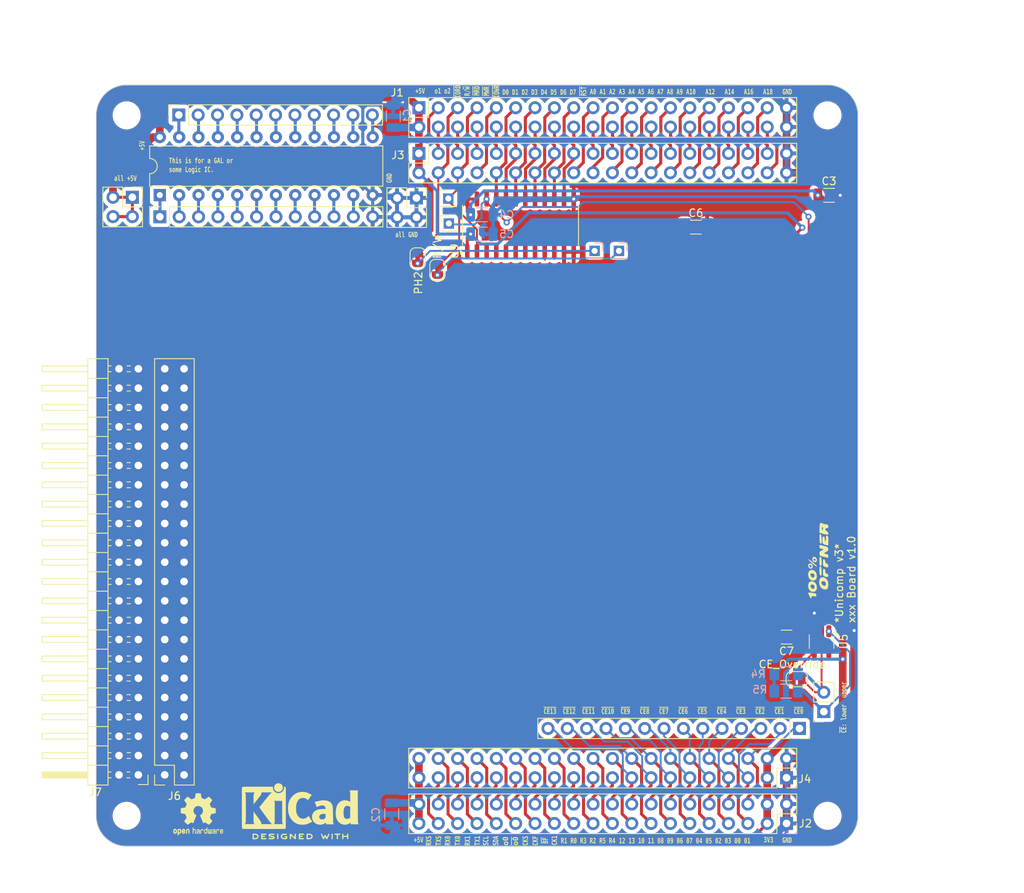
<source format=kicad_pcb>
(kicad_pcb (version 20240108) (generator "pcbnew") (generator_version "8.0")
  (layers (0 "F.Cu" signal) (31 "B.Cu" signal) (34 "B.Paste" user) (35 "F.Paste" user) (36 "B.SilkS" user "B.Silkscreen") (37 "F.SilkS" user "F.Silkscreen") (38 "B.Mask" user) (39 "F.Mask" user) (44 "Edge.Cuts" user))
  (net 0 "")
  (net 1 "/~{RST}")
  (net 2 "GND")
  (net 3 "/D7")
  (net 4 "/D6")
  (net 5 "/D5")
  (net 6 "/D4")
  (net 7 "/D3")
  (net 8 "/D2")
  (net 9 "/D1")
  (net 10 "/D0")
  (net 11 "+5V")
  (net 12 "/A15")
  (net 13 "/A14")
  (net 14 "/A13")
  (net 15 "/A12")
  (net 16 "/A11")
  (net 17 "/A10")
  (net 18 "/A9")
  (net 19 "/A8")
  (net 20 "/A7")
  (net 21 "/A6")
  (net 22 "/A5")
  (net 23 "/A4")
  (net 24 "/A3")
  (net 25 "/A2")
  (net 26 "/A1")
  (net 27 "/A0")
  (net 28 "+3V3")
  (net 29 "/CLKF")
  (net 30 "/CLKS")
  (net 31 "/~{IOWR}")
  (net 32 "/~{MWR}")
  (net 33 "/~{MRD}")
  (net 34 "/R{slash}~{W}_e")
  (net 35 "/~{IORD}")
  (net 36 "/PHI2_e")
  (net 37 "/PHI1_e")
  (net 38 "/~{PH0}")
  (net 39 "/PH0")
  (net 40 "/Bus/~{CE_EXT12}")
  (net 41 "/Bus/~{CE_EXT7}")
  (net 42 "/TX1")
  (net 43 "/RXSTM")
  (net 44 "/RES3")
  (net 45 "/Bus/~{CE_EXT11}")
  (net 46 "/A16")
  (net 47 "/A17")
  (net 48 "/A18")
  (net 49 "/A19")
  (net 50 "/Bus/~{CE_EXT9}")
  (net 51 "/RES5")
  (net 52 "/RX1")
  (net 53 "/RX0")
  (net 54 "/Bus/~{CE_EXT8}")
  (net 55 "/Bus/~{CE_EXT10}")
  (net 56 "/Bus/~{CE_EXT4}")
  (net 57 "/RES1")
  (net 58 "/RES0")
  (net 59 "/RES2")
  (net 60 "/Bus/~{CE_EXT5}")
  (net 61 "/Bus/~{CE_EXT13}")
  (net 62 "/Bus/~{CE_EXT2}")
  (net 63 "/TX0")
  (net 64 "/Bus/~{CE_EXT3}")
  (net 65 "/RES4")
  (net 66 "/Bus/~{CE_EXT0}")
  (net 67 "/CLK1")
  (net 68 "/SCL")
  (net 69 "/~{BUSFREE}")
  (net 70 "/Bus/~{CE_EXT1}")
  (net 71 "/Bus/~{CE_EXT6}")
  (net 72 "/SDA")
  (net 73 "+5VA")
  (net 74 "/TXSTM")
  (net 75 "/Bus/DB7")
  (net 76 "/Bus/DB0")
  (net 77 "/Bus/DB2")
  (net 78 "/Bus/DB6")
  (net 79 "/Bus/DB3")
  (net 80 "/Bus/DB1")
  (net 81 "/Bus/DB5")
  (net 82 "/Bus/DB4")
  (net 83 "/E")
  (net 84 "/RW")
  (net 85 "/~{CE0}")
  (net 86 "/~{CE1}")
  (net 87 "Net-(J35-Pin_16)")
  (net 88 "Net-(J35-Pin_13)")
  (net 89 "Net-(J35-Pin_15)")
  (net 90 "Net-(J35-Pin_22)")
  (net 91 "Net-(J35-Pin_21)")
  (net 92 "Net-(J35-Pin_19)")
  (net 93 "Net-(J35-Pin_18)")
  (net 94 "Net-(J35-Pin_23)")
  (net 95 "Net-(J35-Pin_14)")
  (net 96 "Net-(J35-Pin_17)")
  (net 97 "Net-(J35-Pin_20)")
  (net 98 "Net-(J29-Pin_3)")
  (net 99 "Net-(J29-Pin_4)")
  (net 100 "Net-(J29-Pin_6)")
  (net 101 "Net-(J29-Pin_11)")
  (net 102 "Net-(J29-Pin_10)")
  (net 103 "Net-(J29-Pin_9)")
  (net 104 "Net-(J29-Pin_1)")
  (net 105 "Net-(J29-Pin_7)")
  (net 106 "Net-(J29-Pin_2)")
  (net 107 "Net-(J29-Pin_8)")
  (net 108 "Net-(J29-Pin_5)")
  (net 109 "/Bus/~{DOE}")
  (net 110 "/PB2")
  (net 111 "/PB7")
  (net 112 "/CD2")
  (net 113 "/PA4")
  (net 114 "/CC2")
  (net 115 "/CB1")
  (net 116 "/PA7")
  (net 117 "/PD7")
  (net 118 "/PD2")
  (net 119 "/CA2")
  (net 120 "/PC6")
  (net 121 "/PB6")
  (net 122 "/PA1")
  (net 123 "/~{IRQ}")
  (net 124 "/PB3")
  (net 125 "/PC0")
  (net 126 "/PA2")
  (net 127 "/CC1")
  (net 128 "/PC3")
  (net 129 "/CA1")
  (net 130 "/PD4")
  (net 131 "/PD0")
  (net 132 "/CD1")
  (net 133 "/PA0")
  (net 134 "/PA6")
  (net 135 "/PD3")
  (net 136 "/PC4")
  (net 137 "/PD5")
  (net 138 "/PC1")
  (net 139 "/PC7")
  (net 140 "/PC5")
  (net 141 "/PA5")
  (net 142 "/PC2")
  (net 143 "/CB2")
  (net 144 "/PB5")
  (net 145 "/PB1")
  (net 146 "/PD6")
  (net 147 "/PB4")
  (net 148 "/PA3")
  (net 149 "/~{IRQ2}")
  (net 150 "/PD1")
  (net 151 "/PB0")
  (footprint "Connector_PinSocket_2.54mm:PinSocket_2x02_P2.54mm_Vertical" (layer "F.Cu") (at 54.75 64.76)
    (property "Reference" "J30" (hide yes))
    (property "Value" "Conn_02x02_Odd_Even" (hide yes))
  )
  (footprint "Connector_PinSocket_2.54mm:PinSocket_1x11_P2.54mm_Vertical" (layer "F.Cu") (at 60.85 53.95 90)
    (property "Reference" "J36" (hide yes))
    (property "Value" "Conn_01x11" (hide yes))
  )
  (footprint "Capacitor_SMD:C_1206_3216Metric" (layer "F.Cu") (at 128.7254 68.6816)
    (property "Reference" "C6")
    (property "Value" "100n")
  )
  (footprint "Connector_PinSocket_2.54mm:PinSocket_2x20_P2.54mm_Vertical" (layer "F.Cu") (at 92.367 53 90)
    (property "Reference" "J1")
    (property "Value" "BUS" (hide yes))
  )
  (footprint "Capacitor_SMD:C_1206_3216Metric" (layer "F.Cu") (at 146.2 64.5)
    (property "Reference" "C3")
    (property "Value" "100n")
  )
  (footprint "Package_TO_SOT_SMD:SOT-23-5_HandSoldering" (layer "F.Cu") (at 145.222 123.11 -90)
    (property "Reference" "U5")
    (property "Value" "74AHC1G08")
  )
  (footprint "Jumper:SolderJumper-2_P1.3mm_Bridged_RoundedPad1.0x1.5mm" (layer "F.Cu") (at 94.8 74.325 -90)
    (property "Reference" "JP8" (hide yes))
    (property "Value" "R/W")
  )
  (footprint "Connector_PinSocket_2.54mm:PinSocket_2x20_P2.54mm_Vertical" (layer "F.Cu") (at 140.627 141 -90)
    (property "Reference" "J4")
    (property "Value" "Spare" (hide yes))
  )
  (footprint "Connector_PinSocket_2.54mm:PinSocket_2x02_P2.54mm_Vertical" (layer "F.Cu") (at 92.04 64.85)
    (property "Reference" "J31" (hide yes))
    (property "Value" "Conn_02x02_Odd_Even" (hide yes))
  )
  (footprint "Symbol:KiCad-Logo2_6mm_SilkScreen" (layer "F.Cu") (at 76.792514 144.704848)
    (property "Reference" "H5" (hide yes))
    (property "Value" "Logo kicad" (hide yes))
  )
  (footprint "Connector_PinSocket_2.54mm:PinSocket_1x12_P2.54mm_Vertical" (layer "F.Cu") (at 58.36 67.325 90)
    (property "Reference" "J29" (hide yes))
    (property "Value" "Conn_01x12" (hide yes))
  )
  (footprint "Connector_PinHeader_2.00mm:PinHeader_1x01_P2.00mm_Vertical" (layer "F.Cu") (at 96.3 68.2)
    (property "Reference" "J10" (hide yes))
    (property "Value" "Conn_01x01" (hide yes))
  )
  (footprint "Jumper:SolderJumper-2_P1.3mm_Open_RoundedPad1.0x1.5mm" (layer "F.Cu") (at 141.975 128.05 180)
    (property "Reference" "JP4" (hide yes))
    (property "Value" "CE_Override")
  )
  (footprint "Symbol:OSHW-Logo2_7.3x6mm_SilkScreen" (layer "F.Cu") (at 63.4 145.8)
    (property "Reference" "H6" (hide yes))
    (property "Value" "Logo Open Source Hardware" (hide yes))
  )
  (footprint "Connector_PinHeader_2.00mm:PinHeader_1x01_P2.00mm_Vertical" (layer "F.Cu") (at 96.225 64.925)
    (property "Reference" "J5" (hide yes))
    (property "Value" "Conn_01x01" (hide yes))
  )
  (footprint "Connector_PinSocket_2.54mm:PinSocket_1x02_P2.54mm_Vertical" (layer "F.Cu") (at 145.517 132.314 180)
    (property "Reference" "J26" (hide yes))
    (property "Value" "Conn_01x02" (hide yes))
  )
  (footprint "Connector_PinSocket_2.54mm:PinSocket_2x20_P2.54mm_Vertical" (layer "F.Cu") (at 140.627 147 -90)
    (property "Reference" "J2")
    (property "Value" "BUS" (hide yes))
  )
  (footprint "Connector_PinHeader_2.54mm:PinHeader_2x22_P2.54mm_Horizontal" (layer "F.Cu") (at 55.54 140.627 180)
    (property "Reference" "J7")
    (property "Value" "Conn_02x22_Odd_Even")
  )
  (footprint "MountingHole:MountingHole_3.2mm_M3" (layer "F.Cu") (at 146 54)
    (property "Reference" "H3" (hide yes))
    (property "Value" "M3" (hide yes))
  )
  (footprint "Connector_PinSocket_2.54mm:PinSocket_1x14_P2.54mm_Vertical" (layer "F.Cu") (at 142.325 134.525 -90)
    (property "Reference" "J11" (hide yes))
    (property "Value" "Conn_01x14" (hide yes))
  )
  (footprint "Package_DIP:DIP-24_W7.62mm" (layer "F.Cu") (at 58.355 64.475 90)
    (property "Reference" "J35" (hide yes))
    (property "Value" "GAL_20x10" (hide yes))
  )
  (footprint "Connector_PinSocket_2.54mm:PinSocket_2x20_P2.54mm_Vertical" (layer "F.Cu") (at 92.367 59 90)
    (property "Reference" "J3")
    (property "Value" "Spare" (hide yes))
  )
  (footprint "my_own:Logo_100ProzentOffner_10x2.7mm" (layer "F.Cu") (at 144.78 112.522 90)
    (property "Reference" "G***" (hide yes))
    (property "Value" "LOGO" (hide yes))
  )
  (footprint "Connector_PinSocket_2.54mm:PinSocket_2x22_P2.54mm_Vertical" (layer "F.Cu") (at 59 140.627 180)
    (property "Reference" "J6")
    (property "Value" "Conn_02x22_Odd_Even")
  )
  (footprint "Jumper:SolderJumper-2_P1.3mm_Bridged_RoundedPad1.0x1.5mm" (layer "F.Cu") (at 92.2 72.8 -90)
    (property "Reference" "JP9" (hide yes))
    (property "Value" "PH2")
  )
  (footprint "Package_SO:SO-24_5.3x15mm_P1.27mm" (layer "F.Cu") (at 105.699717 68.45708 90)
    (property "Reference" "U9")
    (property "Value" "SN74LVCC4245ANSR" (hide yes))
  )
  (footprint "MountingHole:MountingHole_3.2mm_M3" (layer "F.Cu") (at 54 54)
    (property "Reference" "H1" (hide yes))
    (property "Value" "M3" (hide yes))
  )
  (footprint "MountingHole:MountingHole_3.2mm_M3" (layer "F.Cu") (at 54 146)
    (property "Reference" "H2" (hide yes))
    (property "Value" "M3" (hide yes))
  )
  (footprint "Capacitor_SMD:C_1206_3216Metric" (layer "F.Cu") (at 140.625 122.525 180)
    (property "Reference" "C7")
    (property "Value" "100n")
  )
  (footprint "MountingHole:MountingHole_3.2mm_M3" (layer "F.Cu") (at 146 146)
    (property "Reference" "H4" (hide yes))
    (property "Value" "M3" (hide yes))
  )
  (footprint "Capacitor_SMD:C_1206_3216Metric" (layer "B.Cu") (at 88.8 145.775 -90)
    (property "Reference" "C2")
    (property "Value" "100n")
  )
  (footprint "Connector_PinHeader_2.00mm:PinHeader_1x01_P2.00mm_Vertical" (layer "B.Cu") (at 115.425 71.8 180)
    (property "Reference" "J8" (hide yes))
    (property "Value" "Conn_01x01" (hide yes))
  )
  (footprint "Resistor_SMD:R_1206_3216Metric_Pad1.30x1.75mm_HandSolder" (layer "B.Cu") (at 140.575 127.325)
    (property "Reference" "R4")
    (property "Value" "10k" (hide yes))
  )
  (footprint "Capacitor_SMD:C_1206_3216Metric" (layer "B.Cu") (at 100.633 69.596)
    (property "Reference" "C5")
    (property "Value" "100n" (hide yes))
  )
  (footprint "Connector_PinHeader_2.00mm:PinHeader_1x01_P2.00mm_Vertical" (layer "B.Cu") (at 118.625 71.8 180)
    (property "Reference" "J9" (hide yes))
    (property "Value" "Conn_01x01" (hide yes))
  )
  (footprint "Resistor_SMD:R_1206_3216Metric_Pad1.30x1.75mm_HandSolder" (layer "B.Cu") (at 140.55 129.625)
    (property "Reference" "R5")
    (property "Value" "10k" (hide yes))
  )
  (footprint "Capacitor_SMD:C_1206_3216Metric" (layer "B.Cu") (at 89 54.125 90)
    (property "Reference" "C1")
    (property "Value" "100n" (hide yes))
  )
  (footprint "Capacitor_SMD:C_1206_3216Metric" (layer "B.Cu") (at 100.633 67.056)
    (property "Reference" "C4")
    (property "Value" "100n" (hide yes))
  )
  (gr_line (start 50 54) (end 50 146) (stroke (width 0.1)) (layer "Edge.Cuts"))
  (gr_arc (start 50 54) (mid 51.171571 51.17157) (end 54 50) (stroke (width 0.1)) (layer "Edge.Cuts"))
  (gr_arc (start 146 50) (mid 148.828425 51.171573) (end 150 54) (stroke (width 0.1)) (layer "Edge.Cuts"))
  (gr_arc (start 150 146) (mid 148.828425 148.828424) (end 146 149.999995) (stroke (width 0.1)) (layer "Edge.Cuts"))
  (gr_line (start 150 146) (end 150 54) (stroke (width 0.1)) (layer "Edge.Cuts"))
  (gr_line (start 146 50) (end 54 50) (stroke (width 0.1)) (layer "Edge.Cuts"))
  (gr_arc (start 54 150) (mid 51.171571 148.828427) (end 50 146) (stroke (width 0.1)) (layer "Edge.Cuts"))
  (gr_line (start 146 150) (end 54 150) (stroke (width 0.1)) (layer "Edge.Cuts"))
  (gr_text "TXS" (at 95.4 149.9 90) (layer "F.SilkS") (effects (font (size 0.7 0.5) (thickness 0.1) (bold yes)) (justify left bottom)))
  (gr_text "CKF" (at 108.1 149.9 90) (layer "F.SilkS") (effects (font (size 0.7 0.5) (thickness 0.1) (bold yes)) (justify left bottom)))
  (gr_text "~{CE}: lower  upper  " (at 148.59 135.128 90) (layer "F.SilkS") (effects (font (size 0.7 0.5) (thickness 0.1) (bold yes)) (justify left bottom)))
  (gr_text "all +5V\n" (at 52.375 62.725 0) (layer "F.SilkS") (effects (font (size 0.7 0.5) (thickness 0.1) (bold yes)) (justify left bottom)))
  (gr_text "all GND\n" (at 89.275 70.125 0) (layer "F.SilkS") (effects (font (size 0.7 0.5) (thickness 0.1) (bold yes)) (justify left bottom)))
  (gr_text "+5V\n" (at 56.475 58.6 90) (layer "F.SilkS") (effects (font (size 0.7 0.5) (thickness 0.1) (bold yes)) (justify left bottom)))
  (gr_text "+5V   o1 o2" (at 91.8972 51.2572 0) (layer "F.SilkS") (effects (font (size 0.7 0.5) (thickness 0.1) (bold yes)) (justify left bottom)))
  (gr_text "TX0" (at 97.9 149.9 90) (layer "F.SilkS") (effects (font (size 0.7 0.5) (thickness 0.1) (bold yes)) (justify left bottom)))
  (gr_text "SCL" (at 101.6 149.9 90) (layer "F.SilkS") (effects (font (size 0.7 0.5) (thickness 0.1) (bold yes)) (justify left bottom)))
  (gr_text "3V3" (at 137.6172 149.606 0) (layer "F.SilkS") (effects (font (size 0.7 0.5) (thickness 0.1) (bold yes)) (justify left bottom)))
  (gr_text "This is for a GAL or\nsome Logic IC." (at 59.55 61.575 0) (layer "F.SilkS") (effects (font (size 0.7 0.5) (thickness 0.1) (bold yes)) (justify left bottom)))
  (gr_text "R/~{W}" (at 99.1616 51.4604 90) (layer "F.SilkS") (effects (font (size 0.7 0.5) (thickness 0.1) (bold yes)) (justify left bottom)))
  (gr_text "~{BF}" (at 109.41174 149.658466 90) (layer "F.SilkS") (effects (font (size 0.7 0.5) (thickness 0.1) (bold yes)) (justify left bottom)))
  (gr_text "~{RST}" (at 114.4524 51.4604 90) (layer "F.SilkS") (effects (font (size 0.7 0.5) (thickness 0.1) (bold yes)) (justify left bottom)))
  (gr_text "~{o0}" (at 105.5 149.9 90) (layer "F.SilkS") (effects (font (size 0.7 0.7) (thickness 0.1) (bold yes)) (justify left bottom)))
  (gr_text "~{IOWR}" (at 103.0224 51.7144 90) (layer "F.SilkS") (effects (font (size 0.7 0.5) (thickness 0.1) (bold yes)) (justify left bottom)))
  (gr_text "~{CE13}  ~{CE12}  ~{CE11}  ~{CE10}  ~{CE9}   ~{CE8}   ~{CE7}   ~{CE6}   ~{CE5}   ~{CE4}   ~{CE3}   ~{CE2}   ~{CE1}   ~{CE0}" (at 108.725 132.725 0) (layer "F.SilkS") (effects (font (size 0.7 0.5) (thickness 0.1) (bold yes)) (justify left bottom)))
  (gr_text "D0 D1 D2 D3 D4 D5 D6 D7" (at 103.3272 51.4096 0) (layer "F.SilkS") (effects (font (size 0.7 0.5) (thickness 0.1) (bold yes)) (justify left bottom)))
  (gr_text "*Unicomp v3*\nxxx Board v1.0" (at 148.3416 120.753995 90) (layer "F.SilkS") (effects (font (size 1 1)) (justify left)))
  (gr_text "GND\n" (at 88.925 62.875 90) (layer "F.SilkS") (effects (font (size 0.7 0.5) (thickness 0.1) (bold yes)) (justify left bottom)))
  (gr_text "RXS" (at 94.1 149.9 90) (layer "F.SilkS") (effects (font (size 0.7 0.5) (thickness 0.1) (bold yes)) (justify left bottom)))
  (gr_text "+5V" (at 91.694 149.606 0) (layer "F.SilkS") (effects (font (size 0.7 0.5) (thickness 0.1) (bold yes)) (justify left bottom)))
  (gr_text "SDA" (at 102.9 149.9 90) (layer "F.SilkS") (effects (font (size 0.7 0.5) (thickness 0.1) (bold yes)) (justify left bottom)))
  (gr_text "RX0" (at 96.6 149.9 90) (layer "F.SilkS") (effects (font (size 0.7 0.5) (thickness 0.1) (bold yes)) (justify left bottom)))
  (gr_text "~{MRD}\n" (at 100.4316 51.4096 90) (layer "F.SilkS") (effects (font (size 0.7 0.5) (thickness 0.1) (bold yes)) (justify left bottom)))
  (gr_text "RX1" (at 99.2 149.9 90) (layer "F.SilkS") (effects (font (size 0.7 0.5) (thickness 0.1) (bold yes)) (justify left bottom)))
  (gr_text "R1 R0 R3 R2 R5 R4" (at 110.998 149.733 0) (layer "F.SilkS") (effects (font (size 0.7 0.5) (thickness 0.1) (bold yes)) (justify left bottom)))
  (gr_text "o0" (at 104.2 149.9 90) (layer "F.SilkS") (effects (font (size 0.7 0.7) (thickness 0.1) (bold yes)) (justify left bottom)))
  (gr_text "~{MWR}" (at 101.7016 51.4604 90) (layer "F.SilkS") (effects (font (size 0.7 0.5) (thickness 0.1) (bold yes)) (justify left bottom)))
  (gr_text "~{IORD}" (at 97.9424 51.7144 90) (layer "F.SilkS") (effects (font (size 0.7 0.5) (thickness 0.1) (bold yes)) (justify left bottom)))
  (gr_text "12 13 10 11 08 09 06 07 04 05 02 03 00 01" (at 118.618 149.733 0) (layer "F.SilkS") (effects (font (size 0.7 0.5) (thickness 0.1) (bold yes)) (justify left bottom)))
  (gr_text "CKS" (at 106.8 149.9 90) (layer "F.SilkS") (effects (font (size 0.7 0.5) (thickness 0.1) (bold yes)) (justify left bottom)))
  (gr_text "TX1" (at 100.5 149.9 90) (layer "F.SilkS") (effects (font (size 0.7 0.5) (thickness 0.1) (bold yes)) (justify left bottom)))
  (gr_text "CK1" (at 110.617 149.86 90) (layer "F.SilkS") (effects (font (size 0.7 0.5) (thickness 0.1) (bold yes)) (justify left bottom)))
  (gr_text "A0 A1 A2 A3 A4 A5 A6 A7 A8 A9 A10   A12   A14   A16   A18   GND\n" (at 114.808 51.3588 0) (layer "F.SilkS") (effects (font (size 0.7 0.5) (thickness 0.1) (bold yes)) (justify left bottom)))
  (gr_text "GND" (at 140.0556 149.6568 0) (layer "F.SilkS") (effects (font (size 0.7 0.5) (thickness 0.1) (bold yes)) (justify left bottom)))
  (segment (start 113.95 60.200705) (end 112.7 61.450705) (width 0.4) (layer "F.Cu") (net 1))
  (segment (start 113.95 58.007) (end 113.95 60.200705) (width 0.4) (layer "F.Cu") (net 1))
  (segment (start 112.7 56.757) (end 113.95 58.007) (width 0.4) (layer "F.Cu") (net 1))
  (segment (start 112.7 55.54) (end 112.7 56.757) (width 0.4) (layer "F.Cu") (net 1))
  (segment (start 149.5 64.5) (end 149.5 77.35) (width 1) (layer "F.Cu") (net 2))
  (segment (start 147.65 64.5) (end 149.5 64.5) (width 1) (layer "F.Cu") (net 2))
  (segment (start 147.14 138.46) (end 140.627 138.46) (width 1) (layer "F.Cu") (net 2))
  (segment (start 140.627 53) (end 140.627 61.54) (width 1) (layer "F.Cu") (net 2))
  (segment (start 111.414717 71.91958) (end 112.684717 71.91958) (width 0.4) (layer "F.Cu") (net 2))
  (segment (start 140.627 138.46) (end 140.627 147) (width 1) (layer "F.Cu") (net 2))
  (segment (start 147.94 61.54) (end 149.5 63.1) (width 1) (layer "F.Cu") (net 2))
  (segment (start 149.5 121.666) (end 149.5 136.1) (width 1) (layer "F.Cu") (net 2))
  (segment (start 140.627 61.54) (end 147.94 61.54) (width 1) (layer "F.Cu") (net 2))
  (segment (start 149.5 63.1) (end 149.5 64.5) (width 1) (layer "F.Cu") (net 2))
  (segment (start 144.272 121.76) (end 144.272 119.38) (width 0.25) (layer "F.Cu") (net 2))
  (segment (start 149.5 77.35) (end 149.5 121.666) (width 1) (layer "F.Cu") (net 2))
  (segment (start 149.5 136.1) (end 147.14 138.46) (width 1) (layer "F.Cu") (net 2))
  (segment (start 112.684717 71.91958) (end 112.684717 64.99458) (width 0.4) (layer "F.Cu") (net 2))
  (via (at 147.675 64.5) (size 0.8) (drill 0.4) (layers "F.Cu" "B.Cu") (net 2))
  (via (at 149.5 121.666) (size 0.8) (drill 0.4) (layers "F.Cu" "B.Cu") (net 2))
  (via (at 112.68472 64.994583) (size 0.8) (drill 0.4) (layers "F.Cu" "B.Cu") (net 2))
  (via (at 144.272 119.38) (size 0.8) (drill 0.4) (layers "F.Cu" "B.Cu") (net 2))
  (segment (start 90.85 50.8) (end 89 52.65) (width 1) (layer "B.Cu") (net 2))
  (segment (start 146.824998 65.350002) (end 142.546464 65.350002) (width 0.4) (layer "B.Cu") (net 2))
  (segment (start 85.475 52.65) (end 89 52.65) (width 0.4) (layer "B.Cu") (net 2))
  (segment (start 92.04 64.85) (end 89.5 64.85) (width 0.4) (layer "B.Cu") (net 2))
  (segment (start 147.675 64.5) (end 146.824998 65.350002) (width 0.4) (layer "B.Cu") (net 2))
  (segment (start 140.627 147) (end 138.427 149.2) (width 1) (layer "B.Cu") (net 2))
  (segment (start 112.997303 64.682) (end 112.68472 64.994583) (width 0.4) (layer "B.Cu") (net 2))
  (segment (start 147.214 119.38) (end 149.5 121.666) (width 0.25) (layer "B.Cu") (net 2))
  (segment (start 140.627 53) (end 138.427 50.8) (width 1) (layer "B.Cu") (net 2))
  (segment (start 144.272 119.38) (end 147.214 119.38) (width 0.25) (layer "B.Cu") (net 2))
  (segment (start 85 53.125) (end 85.475 52.65) (width 0.4) (layer "B.Cu") (net 2))
  (segment (start 102.108 69.596) (end 102.108 67.056) (width 0.4) (layer "B.Cu") (net 2))
  (segment (start 138.427 149.2) (end 90.75 149.2) (width 1) (layer "B.Cu") (net 2))
  (segment (start 92.04 64.85) (end 92.04 67.39) (width 0.4) (layer "B.Cu") (net 2))
  (segment (start 141.878462 64.682) (end 112.997303 64.682) (width 0.4) (layer "B.Cu") (net 2))
  (segment (start 86.295 64.475) (end 89.125 64.475) (width 0.4) (layer "B.Cu") (net 2))
  (segment (start 138.427 50.8) (end 90.85 50.8) (width 1) (layer "B.Cu") (net 2))
  (segment (start 86.295 64.475) (end 86.295 67.32) (width 0.4) (layer "B.Cu") (net 2))
  (segment (start 90.75 149.2) (end 88.8 147.25) (width 1) (layer "B.Cu") (net 2))
  (segment (start 85 63.18) (end 85 53.125) (width 0.4) (layer "B.Cu") (net 2))
  (segment (start 104.169417 64.994583) (end 112.68472 64.994583) (width 0.4) (layer "B.Cu") (net 2))
  (segment (start 86.295 64.475) (end 85 63.18) (width 0.4) (layer "B.Cu") (net 2))
  (segment (start 86.3 67.325) (end 91.975 67.325) (width 0.4) (layer "B.Cu") (net 2))
  (segment (start 142.546464 65.350002) (end 141.878462 64.682) (width 0.4) (layer "B.Cu") (net 2))
  (segment (start 102.108 67.056) (end 104.169417 64.994583) (width 0.4) (layer "B.Cu") (net 2))
  (segment (start 110.144717 72.844717) (end 110.144717 71.91958) (width 0.25) (layer "F.Cu") (net 3))
  (segment (start 108.874717 72.975) (end 108.874717 71.91958) (width 0.25) (layer "F.Cu") (net 4))
  (segment (start 105.125 71.979863) (end 105.064717 71.91958) (width 0.25) (layer "F.Cu") (net 7))
  (segment (start 54.75 64.76) (end 52.21 64.76) (width 0.4) (layer "F.Cu") (net 11))
  (segment (start 91.017 51.65) (end 92.367 53) (width 1) (layer "F.Cu") (net 11))
  (segment (start 98.714717 71.91958) (end 98.714717 70.039283) (width 0.4) (layer "F.Cu") (net 11))
  (segment (start 142.1 122.525) (end 142.1 69.344994) (width 0.4) (layer "F.Cu") (net 11))
  (segment (start 59.925 51.65) (end 91.017 51.65) (width 1) (layer "F.Cu") (net 11))
  (segment (start 92.367 53) (end 92.367 61.54) (width 1) (layer "F.Cu") (net 11))
  (segment (start 52.21 67.3) (end 54.75 67.3) (width 0.4) (layer "F.Cu") (net 11))
  (segment (start 98.714717 70.039283) (end 99.158 69.596) (width 0.4) (layer "F.Cu") (net 11))
  (segment (start 58.355 56.855) (end 57.42 56.855) (width 1) (layer "F.Cu") (net 11))
  (segment (start 57.42 56.855) (end 52.21 62.065) (width 1) (layer "F.Cu") (net 11))
  (segment (start 142.1 69.344994) (end 142.694992 68.750002) (width 0.4) (layer "F.Cu") (net 11))
  (segment (start 54.75 64.76) (end 54.75 67.3) (width 0.4) (layer "F.Cu") (net 11))
  (segment (start 52.21 62.065) (end 52.21 64.76) (width 1) (layer "F.Cu") (net 11))
  (segment (start 58.355 53.22) (end 59.925 51.65) (width 1) (layer "F.Cu") (net 11))
  (segment (start 58.355 56.855) (end 58.355 53.22) (width 1) (layer "F.Cu") (net 11))
  (via (at 142.694992 68.750002) (size 0.8) (drill 0.4) (layers "F.Cu" "B.Cu") (net 11))
  (via (at 99.158 69.596) (size 0.8) (drill 0.4) (layers "F.Cu" "B.Cu") (net 11))
  (segment (start 99.158 69.596) (end 100.458 70.896) (width 0.4) (layer "B.Cu") (net 11))
  (segment (start 92.367 61.54) (end 94.775 63.948) (width 0.4) (layer "B.Cu") (net 11))
  (segment (start 94.996 69.596) (end 94.775 69.375) (width 0.4) (layer "B.Cu") (net 11))
  (segment (start 140.74499 66.8) (end 142.694992 68.750002) (width 0.4) (layer "B.Cu") (net 11))
  (segment (start 89 55.6) (end 92.307 55.6) (width 1) (layer "B.Cu") (net 11))
  (segment (start 100.458 70.896) (end 102.709166 70.896) (width 0.4) (layer "B.Cu") (net 11))
  (segment (start 102.709166 70.896) (end 106.805166 66.8) (width 0.4) (layer "B.Cu") (net 11))
  (segment (start 106.805166 66.8) (end 140.74499 66.8) (width 0.4) (layer "B.Cu") (net 11))
  (segment (start 94.775 63.948) (end 94.775 69.375) (width 0.4) (layer "B.Cu") (net 11))
  (segment (start 99.158 69.596) (end 94.996 69.596) (width 0.4) (layer "B.Cu") (net 11))
  (segment (start 134.275 60.285) (end 133.025 61.535) (width 0.4) (layer "F.Cu") (net 12))
  (segment (start 133.025 56.752) (end 134.275 58.002) (width 0.4) (layer "F.Cu") (net 12))
  (segment (start 134.275 58.002) (end 134.275 60.285) (width 0.4) (layer "F.Cu") (net 12))
  (segment (start 133.025 55.535) (end 133.025 56.752) (width 0.4) (layer "F.Cu") (net 12))
  (segment (start 131.755 56.657) (end 133.025 57.927) (width 0.4) (layer "F.Cu") (net 13))
  (segment (start 133.025 57.927) (end 133.025 58.995) (width 0.4) (layer "F.Cu") (net 13))
  (segment (start 131.755 54.265) (end 131.755 56.657) (width 0.4) (layer "F.Cu") (net 13))
  (segment (start 133.025 52.995) (end 131.755 54.265) (width 0.4) (layer "F.Cu") (net 13))
  (segment (start 131.732 60.292) (end 130.482 61.542) (width 0.4) (layer "F.Cu") (net 14))
  (segment (start 130.482 55.542) (end 130.482 56.759) (width 0.4) (layer "F.Cu") (net 14))
  (segment (start 131.732 58.009) (end 131.732 60.292) (width 0.4) (layer "F.Cu") (net 14))
  (segment (start 130.482 56.759) (end 131.732 58.009) (width 0.4) (layer "F.Cu") (net 14))
  (segment (start 130.482 53.002) (end 129.215 54.269) (width 0.4) (layer "F.Cu") (net 15))
  (segment (start 129.215 54.269) (end 129.215 56.667) (width 0.4) (layer "F.Cu") (net 15))
  (segment (start 129.215 56.667) (end 130.482 57.934) (width 0.4) (layer "F.Cu") (net 15))
  (segment (start 130.482 57.934) (end 130.482 59.002) (width 0.4) (layer "F.Cu") (net 15))
  (segment (start 127.945 56.745) (end 129.195 57.995) (width 0.4) (layer "F.Cu") (net 16))
  (segment (start 127.945 55.528) (end 127.945 56.745) (width 0.4) (layer "F.Cu") (net 16))
  (segment (start 129.195 57.995) (end 129.195 60.278) (width 0.4) (layer "F.Cu") (net 16))
  (segment (start 129.195 60.278) (end 127.945 61.528) (width 0.4) (layer "F.Cu") (net 16))
  (segment (start 127.945 57.92) (end 127.945 58.988) (width 0.4) (layer "F.Cu") (net 17))
  (segment (start 127.945 52.988) (end 126.665 54.268) (width 0.4) (layer "F.Cu") (net 17))
  (segment (start 126.665 56.64) (end 127.945 57.92) (width 0.4) (layer "F.Cu") (net 17))
  (segment (start 126.665 54.268) (end 126.665 56.64) (width 0.4) (layer "F.Cu") (net 17))
  (segment (start 126.652 60.285) (end 125.402 61.535) (width 0.4) (layer "F.Cu") (net 18))
  (segment (start 126.652 58.002) (end 126.652 60.285) (width 0.4) (layer "F.Cu") (net 18))
  (segment (start 125.402 55.535) (end 125.402 56.752) (width 0.4) (layer "F.Cu") (net 18))
  (segment (start 125.402 56.752) (end 126.652 58.002) (width 0.4) (layer "F.Cu") (net 18))
  (segment (start 124.125 56.65) (end 125.402 57.927) (width 0.4) (layer "F.Cu") (net 19))
  (segment (start 125.402 52.995) (end 124.125 54.272) (width 0.4) (layer "F.Cu") (net 19))
  (segment (start 125.402 57.927) (end 125.402 58.995) (width 0.4) (layer "F.Cu") (net 19))
  (segment (start 124.125 54.272) (end 124.125 56.65) (width 0.4) (layer "F.Cu") (net 19))
  (segment (start 124.105 58.002) (end 124.105 60.285) (width 0.4) (layer "F.Cu") (net 20))
  (segment (start 122.855 56.752) (end 124.105 58.002) (width 0.4) (layer "F.Cu") (net 20))
  (segment (start 124.105 60.285) (end 122.855 61.535) (width 0.4) (layer "F.Cu") (net 20))
  (segment (start 122.855 55.535) (end 122.855 56.752) (width 0.4) (layer "F.Cu") (net 20))
  (segment (start 122.855 57.927) (end 122.855 58.995) (width 0.4) (layer "F.Cu") (net 21))
  (segment (start 121.595 56.667) (end 122.855 57.927) (width 0.4) (layer "F.Cu") (net 21))
  (segment (start 122.855 52.995) (end 121.595 54.255) (width 0.4) (layer "F.Cu") (net 21))
  (segment (start 121.595 54.255) (end 121.595 56.667) (width 0.4) (layer "F.Cu") (net 21))
  (segment (start 121.562 60.292) (end 120.312 61.542) (width 0.4) (layer "F.Cu") (net 22))
  (segment (start 121.562 58.009) (end 121.562 60.292) (width 0.4) (layer "F.Cu") (net 22))
  (segment (start 120.312 55.542) (end 120.312 56.759) (width 0.4) (layer "F.Cu") (net 22))
  (segment (start 120.312 56.759) (end 121.562 58.009) (width 0.4) (layer "F.Cu") (net 22))
  (segment (start 119.05 56.672) (end 120.312 57.934) (width 0.4) (layer "F.Cu") (net 23))
  (segment (start 120.312 53.002) (end 119.05 54.264) (width 0.4) (layer "F.Cu") (net 23))
  (segment (start 120.312 57.934) (end 120.312 59.002) (width 0.4) (layer "F.Cu") (net 23))
  (segment (start 119.05 54.264) (end 119.05 56.672) (width 0.4) (layer "F.Cu") (net 23))
  (segment (start 117.775 56.745) (end 119.025 57.995) (width 0.4) (layer "F.Cu") (net 24))
  (segment (start 117.775 55.528) (end 117.775 56.745) (width 0.4) (layer "F.Cu") (net 24))
  (segment (start 119.025 60.064538) (end 117.775 61.314538) (width 0.4) (layer "F.Cu") (net 24))
  (segment (start 119.025 57.995) (end 119.025 60.064538) (width 0.4) (layer "F.Cu") (net 24))
  (segment (start 116.515 54.248) (end 116.515 56.66) (width 0.4) (layer "F.Cu") (net 25))
  (segment (start 116.515 56.66) (end 117.775 57.92) (width 0.4) (layer "F.Cu") (net 25))
  (segment (start 117.775 52.988) (end 116.515 54.248) (width 0.4) (layer "F.Cu") (net 25))
  (segment (start 117.775 57.92) (end 117.775 58.988) (width 0.4) (layer "F.Cu") (net 25))
  (segment (start 115.232 56.752) (end 116.482 58.002) (width 0.4) (layer "F.Cu") (net 26))
  (segment (start 116.482 58.002) (end 116.482 59.542538) (width 0.4) (layer "F.Cu") (net 26))
  (segment (start 115.232 60.792538) (end 115.232 61.535) (width 0.4) (layer "F.Cu") (net 26))
  (segment (start 115.232 55.535) (end 115.232 56.752) (width 0.4) (layer "F.Cu") (net 26))
  (segment (start 116.482 59.542538) (end 115.232 60.792538) (width 0.4) (layer "F.Cu") (net 26))
  (segment (start 113.96 56.655) (end 115.232 57.927) (width 0.4) (layer "F.Cu") (net 27))
  (segment (start 113.96 54.267) (end 113.96 56.655) (width 0.4) (layer "F.Cu") (net 27))
  (segment (start 115.232 52.995) (end 113.96 54.267) (width 0.4) (layer "F.Cu") (net 27))
  (segment (start 115.232 57.927) (end 115.232 58.995) (width 0.4) (layer "F.Cu") (net 27))
  (segment (start 138.087 147) (end 135.862 149.225) (width 0.4) (layer "F.Cu") (net 28))
  (segment (start 138.087 138.46) (end 138.087 147) (width 1) (layer "F.Cu") (net 28))
  (segment (start 145.7 136.4) (end 148 134.1) (width 1) (layer "F.Cu") (net 28))
  (segment (start 146.172 124.46) (end 146.68 123.952) (width 0.25) (layer "F.Cu") (net 28))
  (segment (start 138.087 138.46) (end 140.147 136.4) (width 1) (layer "F.Cu") (net 28))
  (segment (start 146.68 123.952) (end 148 123.952) (width 0.25) (layer "F.Cu") (net 28))
  (segment (start 148 134.1) (end 148 125.425) (width 1) (layer "F.Cu") (net 28))
  (segment (start 98.714717 66.612717) (end 99.158 67.056) (width 0.4) (layer "F.Cu") (net 28))
  (segment (start 148 123.952) (end 148 67.8) (width 1) (layer "F.Cu") (net 28))
  (segment (start 148 67.8) (end 144.7 64.5) (width 1) (layer "F.Cu") (net 28))
  (segment (start 135.862 149.225) (end 87.475 149.225) (width 0.4) (layer "F.Cu") (net 28))
  (segment (start 148 125.425) (end 148 123.952) (width 1) (layer "F.Cu") (net 28))
  (segment (start 99.984717 64.99458) (end 98.714717 64.99458) (width 0.4) (layer "F.Cu") (net 28))
  (segment (start 98.714717 64.99458) (end 98.714717 66.612717) (width 0.4) (layer "F.Cu") (net 28))
  (segment (start 140.147 136.4) (end 145.7 136.4) (width 1) (layer "F.Cu") (net 28))
  (via (at 144.725 64.500008) (size 0.8) (drill 0.4) (layers "F.Cu" "B.Cu") (net 28))
  (via (at 99.158 67.056) (size 0.8) (drill 0.4) (layers "F.Cu" "B.Cu") (net 28))
  (via (at 148 125.425) (size 0.8) (drill 0.4) (layers "F.Cu" "B.Cu") (net 28))
  (segment (start 139 127.35) (end 139.025 127.325) (width 0.4) (layer "B.Cu") (net 28))
  (segment (start 144.149992 63.925) (end 144.725 64.500008) (width 0.4) (layer "B.Cu") (net 28))
  (segment (start 140.925 125.425) (end 148 125.425) (width 0.4) (layer "B.Cu") (net 28))
  (segment (start 100.921 63.925) (end 144.149992 63.925) (width 0.4) (layer "B.Cu") (net 28))
  (segment (start 139 129.625) (end 139 127.35) (width 0.4) (layer "B.Cu") (net 28))
  (segment (start 99.158 65.688) (end 100.921 63.925) (width 0.4) (layer "B.Cu") (net 28))
  (segment (start 139.025 127.325) (end 140.925 125.425) (width 0.4) (layer "B.Cu") (net 28))
  (segment (start 99.158 67.056) (end 99.158 65.688) (width 0.4) (layer "B.Cu") (net 28))
  (segment (start 106.3424 145.7628) (end 107.5924 147.0128) (width 0.4) (layer "F.Cu") (net 29))
  (segment (start 106.3424 143.3158) (end 106.3424 145.7628) (width 0.4) (layer "F.Cu") (net 29))
  (segment (start 107.5924 141.0128) (end 107.5924 142.0658) (width 0.4) (layer "F.Cu") (net 29))
  (segment (start 107.5924 142.0658) (end 106.3424 143.3158) (width 0.4) (layer "F.Cu") (net 29))
  (segment (start 107.6332 138.4728) (end 108.8832 139.7228) (width 0.4) (layer "F.Cu") (net 30))
  (segment (start 107.6332 143.5658) (end 107.6332 144.4728) (width 0.4) (layer "F.Cu") (net 30))
  (segment (start 108.8832 142.3158) (end 107.6332 143.5658) (width 0.4) (layer "F.Cu") (net 30))
  (segment (start 108.8832 139.7228) (end 108.8832 142.3158) (width 0.4) (layer "F.Cu") (net 30))
  (segment (start 102.53 57.932) (end 102.53 59) (width 0.4) (layer "F.Cu") (net 31))
  (segment (start 102.53 53) (end 101.27 54.26) (width 0.4) (layer "F.Cu") (net 31))
  (segment (start 101.27 56.672) (end 102.53 57.932) (width 0.4) (layer "F.Cu") (net 31))
  (segment (start 101.27 54.26) (end 101.27 56.672) (width 0.4) (layer "F.Cu") (net 31))
  (segment (start 99.987 55.547) (end 99.987 56.764) (width 0.4) (layer "F.Cu") (net 32))
  (segment (start 101.237 58.014) (end 101.237 60.297) (width 0.4) (layer "F.Cu") (net 32))
  (segment (start 101.237 60.297) (end 99.987 61.547) (width 0.4) (layer "F.Cu") (net 32))
  (segment (start 99.987 56.764) (end 101.237 58.014) (width 0.4) (layer "F.Cu") (net 32))
  (segment (start 99.987 57.939) (end 99.987 59.007) (width 0.4) (layer "F.Cu") (net 33))
  (segment (start 99.987 53.007) (end 98.737 54.257) (width 0.4) (layer "F.Cu") (net 33))
  (segment (start 98.737 54.257) (end 98.737 56.689) (width 0.4) (layer "F.Cu") (net 33))
  (segment (start 98.737 56.689) (end 99.987 57.939) (width 0.4) (layer "F.Cu") (net 33))
  (segment (start 95.05 73.675) (end 97.6565 71.0685) (width 0.25) (layer "F.Cu") (net 34))
  (segment (start 97.45 55.533) (end 97.45 56.75) (width 0.4) (layer "F.Cu") (net 34))
  (segment (start 98.7 60.283) (end 97.45 61.533) (width 0.4) (layer "F.Cu") (net 34))
  (segment (start 97.45 56.75) (end 98.7 58) (width 0.4) (layer "F.Cu") (net 34))
  (segment (start 94.8 73.675) (end 95.05 73.675) (width 0.25) (layer "F.Cu") (net 34))
  (segment (start 97.447 61.54) (end 97.447 63.703) (width 0.25) (layer "F.Cu") (net 34))
  (segment (start 97.6565 71.0685) (end 97.6565 66.6685) (width 0.25) (layer "F.Cu") (net 34))
  (segment (start 99.984717 68.996717) (end 97.6565 66.6685) (width 0.25) (layer "F.Cu") (net 34))
  (segment (start 97.447 63.703) (end 96.225 64.925) (width 0.25) (layer "F.Cu") (net 34))
  (segment (start 96.225 64.925) (end 96.225 65.237) (width 0.25) (layer "F.Cu") (net 34))
  (segment (start 96.225 65.237) (end 97.6565 66.6685) (width 0.25) (layer "F.Cu") (net 34))
  (segment (start 99.984717 71.91958) (end 99.984717 68.996717) (width 0.25) (layer "F.Cu") (net 34))
  (segment (start 98.7 58) (end 98.7 60.283) (width 0.4) (layer "F.Cu") (net 34))
  (segment (start 96.19 56.665) (end 97.45 57.925) (width 0.4) (layer "F.Cu") (net 35))
  (segment (start 96.19 54.253) (end 96.19 56.665) (width 0.4) (layer "F.Cu") (net 35))
  (segment (start 97.45 57.925) (end 97.45 58.993) (width 0.4) (layer "F.Cu") (net 35))
  (segment (start 97.45 52.993) (end 96.19 54.253) (width 0.4) (layer "F.Cu") (net 35))
  (segment (start 96.157 58.007) (end 96.157 60.29) (width 0.4) (layer "F.Cu") (net 36))
  (segment (start 96.157 60.29) (end 94.907 61.54) (width 0.4) (layer "F.Cu") (net 36))
  (segment (start 94.907 56.757) (end 96.157 58.007) (width 0.4) (layer "F.Cu") (net 36))
  (segment (start 94.907 69.443) (end 94.907 61.54) (width 0.25) (layer "F.Cu") (net 36))
  (segment (start 94.907 55.54) (end 94.907 56.757) (width 0.4) (layer "F.Cu") (net 36))
  (segment (start 92.2 72.15) (end 94.907 69.443) (width 0.25) (layer "F.Cu") (net 36))
  (segment (start 94.907 57.932) (end 94.907 59) (width 0.4) (layer "F.Cu") (net 37))
  (segment (start 94.907 53) (end 93.657 54.25) (width 0.4) (layer "F.Cu") (net 37))
  (segment (start 93.657 56.682) (end 94.907 57.932) (width 0.4) (layer "F.Cu") (net 37))
  (segment (start 93.657 54.25) (end 93.657 56.682) (width 0.4) (layer "F.Cu") (net 37))
  (segment (start 103.7824 143.3734) (end 103.7824 145.7444) (width 0.4) (layer "F.Cu") (net 38))
  (segment (start 103.7824 145.7444) (end 105.0704 147.0324) (width 0.4) (layer "F.Cu") (net 38))
  (segment (start 105.0704 141.0324) (end 105.0704 142.0854) (width 0.4) (layer "F.Cu") (net 38))
  (segment (start 105.0704 142.0854) (end 103.7824 143.3734) (width 0.4) (layer "F.Cu") (net 38))
  (segment (start 105.0704 143.5854) (end 105.0704 144.4924) (width 0.4) (layer "F.Cu") (net 39))
  (segment (start 106.3204 142.3354) (end 105.0704 143.5854) (width 0.4) (layer "F.Cu") (net 39))
  (segment (start 106.3204 139.7424) (end 106.3204 142.3354) (width 0.4) (layer "F.Cu") (net 39))
  (segment (start 105.0704 138.4924) (end 106.3204 139.7424) (width 0.4) (layer "F.Cu") (net 39))
  (segment (start 120.3406 143.5582) (end 120.3406 144.4652) (width 0.4) (layer "F.Cu") (net 40))
  (segment (start 120.3406 138.4652) (end 121.5906 139.7152) (width 0.4) (layer "F.Cu") (net 40))
  (segment (start 121.5906 142.3082) (end 120.3406 143.5582) (width 0.4) (layer "F.Cu") (net 40))
  (segment (start 121.5906 139.7152) (end 121.5906 142.3082) (width 0.4) (layer "F.Cu") (net 40))
  (segment (start 118.682 136.835) (end 114.737 136.835) (width 0.25) (layer "B.Cu") (net 40))
  (segment (start 112.427 134.525) (end 111.845 134.525) (width 0.25) (layer "B.Cu") (net 40))
  (segment (start 114.737 136.835) (end 112.427 134.525) (width 0.25) (layer "B.Cu") (net 40))
  (segment (start 120.307 138.46) (end 118.682 136.835) (width 0.25) (layer "B.Cu") (net 40))
  (segment (start 127.9144 142.0408) (end 126.6644 143.2908) (width 0.4) (layer "F.Cu") (net 41))
  (segment (start 126.6644 143.2908) (end 126.6644 145.7378) (width 0.4) (layer "F.Cu") (net 41))
  (segment (start 126.6644 145.7378) (end 127.9144 146.9878) (width 0.4) (layer "F.Cu") (net 41))
  (segment (start 127.9144 140.9878) (end 127.9144 142.0408) (width 0.4) (layer "F.Cu") (net 41))
  (segment (start 124.545 134.525) (end 124.545 135.545) (width 0.25) (layer "B.Cu") (net 41))
  (segment (start 126.575 137.575) (end 126.575 139.648) (width 0.25) (layer "B.Cu") (net 41))
  (segment (start 126.575 139.648) (end 127.927 141) (width 0.25) (layer "B.Cu") (net 41))
  (segment (start 124.545 135.545) (end 126.575 137.575) (width 0.25) (layer "B.Cu") (net 41))
  (segment (start 99.9778 141.0302) (end 99.9778 142.0832) (width 0.4) (layer "F.Cu") (net 42))
  (segment (start 98.7278 143.3332) (end 98.7278 145.7802) (width 0.4) (layer "F.Cu") (net 42))
  (segment (start 99.9778 142.0832) (end 98.7278 143.3332) (width 0.4) (layer "F.Cu") (net 42))
  (segment (start 98.7278 145.7802) (end 99.9778 147.0302) (width 0.4) (layer "F.Cu") (net 42))
  (segment (start 96.175 142.3215) (end 94.95 143.5465) (width 0.4) (layer "F.Cu") (net 43))
  (segment (start 94.95 138.4535) (end 96.175 139.6785) (width 0.4) (layer "F.Cu") (net 43))
  (segment (start 94.95 143.5465) (end 94.95 144.4535) (width 0.4) (layer "F.Cu") (net 43))
  (segment (start 96.175 139.6785) (end 96.175 142.3215) (width 0.4) (layer "F.Cu") (net 43))
  (segment (start 116.5 139.76) (end 116.5 142.303) (width 0.4) (layer "F.Cu") (net 44))
  (segment (start 115.225 138.485) (end 116.5 139.76) (width 0.4) (layer "F.Cu") (net 44))
  (segment (start 115.225 143.578) (end 115.225 144.485) (width 0.4) (layer "F.Cu") (net 44))
  (segment (start 116.5 142.303) (end 115.225 143.578) (width 0.4) (layer "F.Cu") (net 44))
  (segment (start 121.5798 143.3142) (end 121.5798 145.7612) (width 0.4) (layer "F.Cu") (net 45))
  (segment (start 122.8298 142.0642) (end 121.5798 143.3142) (width 0.4) (layer "F.Cu") (net 45))
  (segment (start 121.5798 145.7612) (end 122.8298 147.0112) (width 0.4) (layer "F.Cu") (net 45))
  (segment (start 122.8298 141.0112) (end 122.8298 142.0642) (width 0.4) (layer "F.Cu") (net 45))
  (segment (start 116.692 136.25) (end 114.967 134.525) (width 0.25) (layer "B.Cu") (net 45))
  (segment (start 122.847 141) (end 121.672 139.825) (width 0.25) (layer "B.Cu") (net 45))
  (segment (start 114.967 134.525) (end 114.385 134.525) (width 0.25) (layer "B.Cu") (net 45))
  (segment (start 121.672 139.825) (end 121.672 138.163299) (width 0.25) (layer "B.Cu") (net 45))
  (segment (start 121.672 138.163299) (end 119.758701 136.25) (width 0.25) (layer "B.Cu") (net 45))
  (segment (start 119.758701 136.25) (end 116.692 136.25) (width 0.25) (layer "B.Cu") (net 45))
  (segment (start 134.293 56.665) (end 135.56 57.932) (width 0.4) (layer "F.Cu") (net 46))
  (segment (start 135.56 53) (end 134.293 54.267) (width 0.4) (layer "F.Cu") (net 46))
  (segment (start 134.293 54.267) (end 134.293 56.665) (width 0.4) (layer "F.Cu") (net 46))
  (segment (start 135.56 57.932) (end 135.56 59) (width 0.4) (layer "F.Cu") (net 46))
  (segment (start 136.81 60.29) (end 135.56 61.54) (width 0.4) (layer "F.Cu") (net 47))
  (segment (start 136.81 58.007) (end 136.81 60.29) (width 0.4) (layer "F.Cu") (net 47))
  (segment (start 135.56 55.54) (end 135.56 56.757) (width 0.4) (layer "F.Cu") (net 47))
  (segment (start 135.56 56.757) (end 136.81 58.007) (width 0.4) (layer "F.Cu") (net 47))
  (segment (start 136.833 54.263) (end 136.833 56.655) (width 0.4) (layer "F.Cu") (net 48))
  (segment (start 136.833 56.655) (end 138.103 57.925) (width 0.4) (layer "F.Cu") (net 48))
  (segment (start 138.103 52.993) (end 136.833 54.263) (width 0.4) (layer "F.Cu") (net 48))
  (segment (start 138.103 57.925) (end 138.103 58.993) (width 0.4) (layer "F.Cu") (net 48))
  (segment (start 138.103 56.75) (end 139.353 58) (width 0.4) (layer "F.Cu") (net 49))
  (segment (start 139.353 60.283) (end 138.103 61.533) (width 0.4) (layer "F.Cu") (net 49))
  (segment (start 138.103 55.533) (end 138.103 56.75) (width 0.4) (layer "F.Cu") (net 49))
  (segment (start 139.353 58) (end 139.353 60.283) (width 0.4) (layer "F.Cu") (net 49))
  (segment (start 124.1044 145.7194) (end 125.3924 147.0074) (width 0.4) (layer "F.Cu") (net 50))
  (segment (start 125.3924 141.0074) (end 125.3924 142.0604) (width 0.4) (layer "F.Cu") (net 50))
  (segment (start 124.1044 143.3484) (end 124.1044 145.7194) (width 0.4) (layer "F.Cu") (net 50))
  (segment (start 125.3924 142.0604) (end 124.1044 143.3484) (width 0.4) (layer "F.Cu") (net 50))
  (segment (start 124.1 139.713) (end 124.1 137.5) (width 0.25) (layer "B.Cu") (net 50))
  (segment (start 120.047 134.525) (end 119.465 134.525) (width 0.25) (layer "B.Cu") (net 50))
  (segment (start 125.387 141) (end 124.1 139.713) (width 0.25) (layer "B.Cu") (net 50))
  (segment (start 121.539 136.017) (end 120.047 134.525) (width 0.25) (layer "B.Cu") (net 50))
  (segment (start 122.617 136.017) (end 121.539 136.017) (width 0.25) (layer "B.Cu") (net 50))
  (segment (start 124.1 137.5) (end 122.617 136.017) (width 0.25) (layer "B.Cu") (net 50))
  (segment (start 117.8006 138.4552) (end 119.0506 139.7052) (width 0.4) (layer "F.Cu") (net 51))
  (segment (start 119.0506 142.2982) (end 117.8006 143.5482) (width 0.4) (layer "F.Cu") (net 51))
  (segment (start 119.0506 139.7052) (end 119.0506 142.2982) (width 0.4) (layer "F.Cu") (net 51))
  (segment (start 117.8006 143.5482) (end 117.8006 144.4552) (width 0.4) (layer "F.Cu") (net 51))
  (segment (start 101.2686 142.3332) (end 100.0186 143.5832) (width 0.4) (layer "F.Cu") (net 52))
  (segment (start 101.2686 139.7402) (end 101.2686 142.3332) (width 0.4) (layer "F.Cu") (net 52))
  (segment (start 100.0186 138.4902) (end 101.2686 139.7402) (width 0.4) (layer "F.Cu") (net 52))
  (segment (start 100.0186 143.5832) (end 100.0186 144.4902) (width 0.4) (layer "F.Cu") (net 52))
  (segment (start 98.7286 142.3232) (end 97.4786 143.5732) (width 0.4) (layer "F.Cu") (net 53))
  (segment (start 97.4786 143.5732) (end 97.4786 144.4802) (width 0.4) (layer "F.Cu") (net 53))
  (segment (start 97.4786 138.4802) (end 98.7286 139.7302) (width 0.4) (layer "F.Cu") (net 53))
  (segment (start 98.7286 139.7302) (end 98.7286 142.3232) (width 0.4) (layer "F.Cu") (net 53))
  (segment (start 125.3924 138.4674) (end 126.6424 139.7174) (width 0.4) (layer "F.Cu") (net 54))
  (segment (start 126.6424 139.7174) (end 126.6424 142.3104) (width 0.4) (layer "F.Cu") (net 54))
  (segment (start 126.6424 142.3104) (end 125.3924 143.5604) (width 0.4) (layer "F.Cu") (net 54))
  (segment (start 125.3924 143.5604) (end 125.3924 144.4674) (width 0.4) (layer "F.Cu") (net 54))
  (segment (start 125.387 137.325) (end 122.587 134.525) (width 0.25) (layer "B.Cu") (net 54))
  (segment (start 122.587 134.525) (end 122.005 134.525) (width 0.25) (layer "B.Cu") (net 54))
  (segment (start 125.387 138.46) (end 125.387 137.325) (width 0.25) (layer "B.Cu") (net 54))
  (segment (start 124.1206 142.3142) (end 122.8706 143.5642) (width 0.4) (layer "F.Cu") (net 55))
  (segment (start 122.8706 138.4712) (end 124.1206 139.7212) (width 0.4) (layer "F.Cu") (net 55))
  (segment (start 122.8706 143.5642) (end 122.8706 144.4712) (width 0.4) (layer "F.Cu") (net 55))
  (segment (start 124.1206 139.7212) (end 124.1206 142.3142) (width 0.4) (layer "F.Cu") (net 55))
  (segment (start 118.2 135.8) (end 116.925 134.525) (width 0.25) (layer "B.Cu") (net 55))
  (segment (start 120.187 135.8) (end 118.2 135.8) (width 0.25) (layer "B.Cu") (net 55))
  (segment (start 122.847 138.46) (end 120.187 135.8) (width 0.25) (layer "B.Cu") (net 55))
  (segment (start 130.4952 143.5508) (end 130.4952 144.4578) (width 0.4) (layer "F.Cu") (net 56))
  (segment (start 131.7452 139.7078) (end 131.7452 142.3008) (width 0.4) (layer "F.Cu") (net 56))
  (segment (start 131.7452 142.3008) (end 130.4952 143.5508) (width 0.4) (layer "F.Cu") (net 56))
  (segment (start 130.4952 138.4578) (end 131.7452 139.7078) (width 0.4) (layer "F.Cu") (net 56))
  (segment (start 130.467 138.46) (end 130.467 136.223) (width 0.25) (layer "B.Cu") (net 56))
  (segment (start 130.467 136.223) (end 132.165 134.525) (width 0.25) (layer "B.Cu") (net 56))
  (segment (start 113.9532 142.3318) (end 112.7032 143.5818) (width 0.4) (layer "F.Cu") (net 57))
  (segment (start 112.7032 143.5818) (end 112.7032 144.4888) (width 0.4) (layer "F.Cu") (net 57))
  (segment (start 112.7032 138.4888) (end 113.9532 139.7388) (width 0.4) (layer "F.Cu") (net 57))
  (segment (start 113.9532 139.7388) (end 113.9532 142.3318) (width 0.4) (layer "F.Cu") (net 57))
  (segment (start 112.6624 141.0288) (end 112.6624 142.0818) (width 0.4) (layer "F.Cu") (net 58))
  (segment (start 111.4124 143.3318) (end 111.4124 145.7788) (width 0.4) (layer "F.Cu") (net 58))
  (segment (start 111.4124 145.7788) (end 112.6624 147.0288) (width 0.4) (layer "F.Cu") (net 58))
  (segment (start 112.6624 142.0818) (end 111.4124 143.3318) (width 0.4) (layer "F.Cu") (net 58))
  (segment (start 113.975 143.328) (end 113.975 145.775) (width 0.4) (layer "F.Cu") (net 59))
  (segment (start 113.975 145.775) (end 115.225 147.025) (width 0.4) (layer "F.Cu") (net 59))
  (segment (start 115.225 142.078) (end 113.975 143.328) (width 0.4) (layer "F.Cu") (net 59))
  (segment (start 115.225 141.025) (end 115.225 142.078) (width 0.4) (layer "F.Cu") (net 59))
  (segment (start 129.2044 145.7478) (end 130.4544 146.9978) (width 0.4) (layer "F.Cu") (net 60))
  (segment (start 129.2044 143.3008) (end 129.2044 145.7478) (width 0.4) (layer "F.Cu") (net 60))
  (segment (start 130.4544 140.9978) (end 130.4544 142.0508) (width 0.4) (layer "F.Cu") (net 60))
  (segment (start 130.4544 142.0508) (end 129.2044 143.3008) (width 0.4) (layer "F.Cu") (net 60))
  (segment (start 129.2 136.808) (end 129.625 136.383) (width 0.25) (layer "B.Cu") (net 60))
  (segment (start 129.2 139.733) (end 129.2 136.808) (width 0.25) (layer "B.Cu") (net 60))
  (segment (start 130.467 141) (end 129.2 139.733) (width 0.25) (layer "B.Cu") (net 60))
  (segment (start 129.625 136.383) (end 129.625 134.525) (width 0.25) (layer "B.Cu") (net 60))
  (segment (start 120.2998 141.0052) (end 120.2998 142.0582) (width 0.4) (layer "F.Cu") (net 61))
  (segment (start 119.0498 145.7552) (end 120.2998 147.0052) (width 0.4) (layer "F.Cu") (net 61))
  (segment (start 119.0498 143.3082) (end 119.0498 145.7552) (width 0.4) (layer "F.Cu") (net 61))
  (segment (start 120.2998 142.0582) (end 119.0498 143.3082) (width 0.4) (layer "F.Cu") (net 61))
  (segment (start 109.887 134.525) (end 112.647 137.285) (width 0.25) (layer "B.Cu") (net 61))
  (segment (start 109.305 134.525) (end 109.887 134.525) (width 0.25) (layer "B.Cu") (net 61))
  (segment (start 119.132 139.825) (end 120.307 141) (width 0.25) (layer "B.Cu") (net 61))
  (segment (start 112.647 137.285) (end 118.485 137.285) (width 0.25) (layer "B.Cu") (net 61))
  (segment (start 119.132 137.932) (end 119.132 139.825) (width 0.25) (layer "B.Cu") (net 61))
  (segment (start 118.485 137.285) (end 119.132 137.932) (width 0.25) (layer "B.Cu") (net 61))
  (segment (start 134.2752 139.7138) (end 134.2752 142.3068) (width 0.4) (layer "F.Cu") (net 62))
  (segment (start 133.0252 143.5568) (end 133.0252 144.4638) (width 0.4) (layer "F.Cu") (net 62))
  (segment (start 134.2752 142.3068) (end 133.0252 143.5568) (width 0.4) (layer "F.Cu") (net 62))
  (segment (start 133.0252 138.4638) (end 134.2752 139.7138) (width 0.4) (layer "F.Cu") (net 62))
  (segment (start 136.493 134.525) (end 133.007 138.011) (width 0.25) (layer "B.Cu") (net 62))
  (segment (start 137.245 134.525) (end 136.493 134.525) (width 0.25) (layer "B.Cu") (net 62))
  (segment (start 97.4378 142.0732) (end 96.1878 143.3232) (width 0.4) (layer "F.Cu") (net 63))
  (segment (start 97.4378 141.0202) (end 97.4378 142.0732) (width 0.4) (layer "F.Cu") (net 63))
  (segment (start 96.1878 143.3232) (end 96.1878 145.7702) (width 0.4) (layer "F.Cu") (net 63))
  (segment (start 96.1878 145.7702) (end 97.4378 147.0202) (width 0.4) (layer "F.Cu") (net 63))
  (segment (start 131.7344 145.7538) (end 132.9844 147.0038) (width 0.4) (layer "F.Cu") (net 64))
  (segment (start 132.9844 141.0038) (end 132.9844 142.0568) (width 0.4) (layer "F.Cu") (net 64))
  (segment (start 131.7344 143.3068) (end 131.7344 145.7538) (width 0.4) (layer "F.Cu") (net 64))
  (segment (start 132.9844 142.0568) (end 131.7344 143.3068) (width 0.4) (layer "F.Cu") (net 64))
  (segment (start 131.725 139.718) (end 131.725 137.45) (width 0.25) (layer "B.Cu") (net 64))
  (segment (start 131.725 137.45) (end 134.65 134.525) (width 0.25) (layer "B.Cu") (net 64))
  (segment (start 133.007 141) (end 131.725 139.718) (width 0.25) (layer "B.Cu") (net 64))
  (segment (start 134.65 134.525) (end 134.705 134.525) (width 0.25) (layer "B.Cu") (net 64))
  (segment (start 116.5098 143.2982) (end 116.5098 145.7452) (width 0.4) (layer "F.Cu") (net 65))
  (segment (start 116.5098 145.7452) (end 117.7598 146.9952) (width 0.4) (layer "F.Cu") (net 65))
  (segment (start 117.7598 142.0482) (end 116.5098 143.2982) (width 0.4) (layer "F.Cu") (net 65))
  (segment (start 117.7598 140.9952) (end 117.7598 142.0482) (width 0.4) (layer "F.Cu") (net 65))
  (segment (start 135.547 143.553) (end 135.547 144.46) (width 0.4) (layer "F.Cu") (net 66))
  (segment (start 136.797 139.71) (end 136.797 142.303) (width 0.4) (layer "F.Cu") (net 66))
  (segment (start 135.547 138.46) (end 136.797 139.71) (width 0.4) (layer "F.Cu") (net 66))
  (segment (start 136.797 142.303) (end 135.547 143.553) (width 0.4) (layer "F.Cu") (net 66))
  (segment (start 138.948 137.15) (end 141.573 134.525) (width 0.25) (layer "B.Cu") (net 66))
  (segment (start 141.573 134.525) (end 142.325 134.525) (width 0.25) (layer "B.Cu") (net 66))
  (segment (start 135.547 138.46) (end 136.857 137.15) (width 0.25) (layer "B.Cu") (net 66))
  (segment (start 136.857 137.15) (end 138.948 137.15) (width 0.25) (layer "B.Cu") (net 66))
  (segment (start 110.1324 142.0758) (end 108.8824 143.3258) (width 0.4) (layer "F.Cu") (net 67))
  (segment (start 108.8824 145.7728) (end 110.1324 147.0228) (width 0.4) (layer "F.Cu") (net 67))
  (segment (start 108.8824 143.3258) (end 108.8824 145.7728) (width 0.4) (layer "F.Cu") (net 67))
  (segment (start 110.1324 141.0228) (end 110.1324 142.0758) (width 0.4) (layer "F.Cu") (net 67))
  (segment (start 103.7986 139.7462) (end 103.7986 142.3392) (width 0.4) (layer "F.Cu") (net 68))
  (segment (start 103.7986 142.3392) (end 102.5486 143.5892) (width 0.4) (layer "F.Cu") (net 68))
  (segment (start 102.5486 138.4962) (end 103.7986 139.7462) (width 0.4) (layer "F.Cu") (net 68))
  (segment (start 102.5486 143.5892) (end 102.5486 144.4962) (width 0.4) (layer "F.Cu") (net 68))
  (segment (start 111.4232 139.7328) (end 111.4232 142.3258) (width 0.4) (layer "F.Cu") (net 69))
  (segment (start 110.1732 143.5758) (end 110.1732 144.4828) (width 0.4) (layer "F.Cu") (net 69))
  (segment (start 110.1732 138.4828) (end 111.4232 139.7328) (width 0.4) (layer "F.Cu") (net 69))
  (segment (start 111.4232 142.3258) (end 110.1732 143.5758) (width 0.4) (layer "F.Cu") (net 69))
  (segment (start 134.297 143.303) (end 134.297 145.75) (width 0.4) (layer "F.Cu") (net 70))
  (segment (start 134.297 145.75) (end 135.547 147) (width 0.4) (layer "F.Cu") (net 70))
  (segment (start 135.547 141) (end 135.547 142.053) (width 0.4) (layer "F.Cu") (net 70))
  (segment (start 135.547 142.053) (end 134.297 143.303) (width 0.4) (layer "F.Cu") (net 70))
  (segment (start 134.372 137.973299) (end 135.770299 136.575) (width 0.25) (layer "B.Cu") (net 70))
  (segment (start 135.770299 136.575) (end 138.425 136.575) (width 0.25) (layer "B.Cu") (net 70))
  (segment (start 134.372 139.825) (end 134.372 137.973299) (width 0.25) (layer "B.Cu") (net 70))
  (segment (start 138.425 136.575) (end 139.785 135.215) (width 0.25) (layer "B.Cu") (net 70))
  (segment (start 139.785 135.215) (end 139.785 134.525) (width 0.25) (layer "B.Cu") (net 70))
  (segment (start 135.547 141) (end 134.372 139.825) (width 0.25) (layer "B.Cu") (net 70))
  (segment (start 127.9552 143.5408) (end 127.9552 144.4478) (width 0.4) (layer "F.Cu") (net 71))
  (segment (start 129.2052 142.2908) (end 127.9552 143.5408) (width 0.4) (layer "F.Cu") (net 71))
  (segment (start 129.2052 139.6978) (end 129.2052 142.2908) (width 0.4) (layer "F.Cu") (net 71))
  (segment (start 127.9552 138.4478) (end 129.2052 139.6978) (width 0.4) (layer "F.Cu") (net 71))
  (segment (start 127.927 138.46) (end 127.927 135.367) (width 0.25) (layer "B.Cu") (net 71))
  (segment (start 127.927 135.367) (end 127.085 134.525) (width 0.25) (layer "B.Cu") (net 71))
  (segment (start 102.5078 141.0362) (end 102.5078 142.0892) (width 0.4) (layer "F.Cu") (net 72))
  (segment (start 101.2578 143.3392) (end 101.2578 145.7862) (width 0.4) (layer "F.Cu") (net 72))
  (segment (start 102.5078 142.0892) (end 101.2578 143.3392) (width 0.4) (layer "F.Cu") (net 72))
  (segment (start 101.2578 145.7862) (end 102.5078 147.0362) (width 0.4) (layer "F.Cu") (net 72))
  (segment (start 92.367 138.46) (end 92.367 147) (width 1) (layer "F.Cu") (net 73))
  (segment (start 88.8 144.3) (end 92.207 144.3) (width 1) (layer "B.Cu") (net 73))
  (segment (start 93.625 145.7093) (end 94.9092 146.9935) (width 0.4) (layer "F.Cu") (net 74))
  (segment (start 94.9092 140.9935) (end 94.9092 142.0465) (width 0.4) (layer "F.Cu") (net 74))
  (segment (start 94.9092 142.0465) (end 93.625 143.3307) (width 0.4) (layer "F.Cu") (net 74))
  (segment (start 93.625 143.3307) (end 93.625 145.7093) (width 0.4) (layer "F.Cu") (net 74))
  (segment (start 111.435 61.024233) (end 111.435 65.0625) (width 0.4) (layer "F.Cu") (net 75))
  (segment (start 112.7 57.932) (end 112.7 59) (width 0.4) (layer "F.Cu") (net 75))
  (segment (start 112.687 59.772233) (end 111.435 61.024233) (width 0.4) (layer "F.Cu") (net 75))
  (segment (start 112.687 59) (end 112.687 59.772233) (width 0.4) (layer "F.Cu") (net 75))
  (segment (start 112.7 53) (end 111.43 54.27) (width 0.4) (layer "F.Cu") (net 75))
  (segment (start 111.43 56.662) (end 112.7 57.932) (width 0.4) (layer "F.Cu") (net 75))
  (segment (start 111.43 54.27) (end 111.43 56.662) (width 0.4) (layer "F.Cu") (net 75))
  (segment (start 103.78 58.007) (end 103.78 60.210705) (width 0.4) (layer "F.Cu") (net 76))
  (segment (start 102.527 61.54) (end 102.527 65.0445) (width 0.4) (layer "F.Cu") (net 76))
  (segment (start 102.53 56.757) (end 103.78 58.007) (width 0.4) (layer "F.Cu") (net 76))
  (segment (start 103.78 60.210705) (end 102.53 61.460705) (width 0.4) (layer "F.Cu") (net 76))
  (segment (start 102.53 55.54) (end 102.53 56.757) (width 0.4) (layer "F.Cu") (net 76))
  (segment (start 105.067 61.54) (end 105.067 65.0445) (width 0.4) (layer "F.Cu") (net 77))
  (segment (start 105.077 56.757) (end 106.327 58.007) (width 0.4) (layer "F.Cu") (net 77))
  (segment (start 106.327 58.007) (end 106.327 60.203705) (width 0.4) (layer "F.Cu") (net 77))
  (segment (start 106.327 60.203705) (end 105.077 61.453705) (width 0.4) (layer "F.Cu") (net 77))
  (segment (start 105.077 55.54) (end 105.077 56.757) (width 0.4) (layer "F.Cu") (net 77))
  (segment (start 111.407 60.203705) (end 110.157 61.453705) (width 0.4) (layer "F.Cu") (net 78))
  (segment (start 110.157 56.764) (end 111.407 58.014) (width 0.4) (layer "F.Cu") (net 78))
  (segment (start 110.147 61.54) (end 110.147 65.0445) (width 0.4) (layer "F.Cu") (net 78))
  (segment (start 111.407 58.014) (end 111.407 60.203705) (width 0.4) (layer "F.Cu") (net 78))
  (segment (start 110.157 55.547) (end 110.157 56.764) (width 0.4) (layer "F.Cu") (net 78))
  (segment (start 107.62 57.925) (end 107.62 58.993) (width 0.4) (layer "F.Cu") (net 79))
  (segment (start 106.34 56.645) (end 107.62 57.925) (width 0.4) (layer "F.Cu") (net 79))
  (segment (start 106.34 54.273) (end 106.34 56.645) (width 0.4) (layer "F.Cu") (net 79))
  (segment (start 107.607 59) (end 107.607 59.772233) (width 0.4) (layer "F.Cu") (net 79))
  (segment (start 107.607 59.772233) (end 106.355 61.024233) (width 0.4) (layer "F.Cu") (net 79))
  (segment (start 106.355 61.024233) (end 106.355 65.0625) (width 0.4) (layer "F.Cu") (net 79))
  (segment (start 107.62 52.993) (end 106.34 54.273) (width 0.4) (layer "F.Cu") (net 79))
  (segment (start 105.077 57.932) (end 105.077 59) (width 0.4) (layer "F.Cu") (net 80))
  (segment (start 105.067 59.772233) (end 103.815 61.024233) (width 0.4) (layer "F.Cu") (net 80))
  (segment (start 105.077 53) (end 103.8 54.277) (width 0.4) (layer "F.Cu") (net 80))
  (segment (start 103.815 61.024233) (end 103.815 65.0625) (width 0.4) (layer "F.Cu") (net 80))
  (segment (start 103.8 56.655) (end 105.077 57.932) (width 0.4) (layer "F.Cu") (net 80))
  (segment (start 103.8 54.277) (end 103.8 56.655) (width 0.4) (layer "F.Cu") (net 80))
  (segment (start 105.067 59) (end 105.067 59.772233) (width 0.4) (layer "F.Cu") (net 80))
  (segment (start 110.157 57.939) (end 110.157 59.007) (width 0.4) (layer "F.Cu") (net 81))
  (segment (start 110.147 59.772233) (end 108.895 61.024233) (width 0.4) (layer "F.Cu") (net 81))
  (segment (start 108.89 54.274) (end 108.89 56.672) (width 0.4) (layer "F.Cu") (net 81))
  (segment (start 110.157 53.007) (end 108.89 54.274) (width 0.4) (layer "F.Cu") (net 81))
  (segment (start 110.147 59) (end 110.147 59.772233) (width 0.4) (layer "F.Cu") (net 81))
  (segment (start 108.89 56.672) (end 110.157 57.939) (width 0.4) (layer "F.Cu") (net 81))
  (segment (start 108.895 61.024233) (end 108.895 65.0625) (width 0.4) (layer "F.Cu") (net 81))
  (segment (start 107.62 55.533) (end 107.62 56.75) (width 0.4) (layer "F.Cu") (net 82))
  (segment (start 108.87 60.200705) (end 107.62 61.450705) (width 0.4) (layer "F.Cu") (net 82))
  (segment (start 107.607 61.54) (end 107.607 65.0445) (width 0.4) (layer "F.Cu") (net 82))
  (segment (start 107.62 56.75) (end 108.87 58) (width 0.4) (layer "F.Cu") (net 82))
  (segment (start 108.87 58) (end 108.87 60.200705) (width 0.4) (layer "F.Cu") (net 82))
  (segment (start 92.2 73.45) (end 92.2 73.449992) (width 0.25) (layer "F.Cu") (net 83))
  (via (at 92.2 73.449992) (size 0.8) (drill 0.4) (layers "F.Cu" "B.Cu") (net 83))
  (segment (start 93.849992 71.8) (end 92.2 73.449992) (width 0.25) (layer "B.Cu") (net 83))
  (segment (start 115.425 71.8) (end 93.849992 71.8) (width 0.25) (layer "B.Cu") (net 83))
  (via (at 94.8 74.975002) (size 0.8) (drill 0.4) (layers "F.Cu" "B.Cu") (net 84))
  (segment (start 94.8 74.72) (end 94.8 74.975) (width 0.25) (layer "B.Cu") (net 84))
  (segment (start 117.625 72.8) (end 98.161396 72.8) (width 0.25) (layer "B.Cu") (net 84))
  (segment (start 98.111396 72.75) (end 96.77 72.75) (width 0.25) (layer "B.Cu") (net 84))
  (segment (start 118.625 71.8) (end 117.625 72.8) (width 0.25) (layer "B.Cu") (net 84))
  (segment (start 98.161396 72.8) (end 98.111396 72.75) (width 0.25) (layer "B.Cu") (net 84))
  (segment (start 96.77 72.75) (end 94.8 74.72) (width 0.25) (layer "B.Cu") (net 84))
  (segment (start 144.349 129.774) (end 145.517 129.774) (width 0.25) (layer "F.Cu") (net 85))
  (segment (start 142.625 128.05) (end 144.349 129.774) (width 0.25) (layer "F.Cu") (net 85))
  (segment (start 145.222 121.76) (end 145.222 129.479) (width 0.25) (layer "F.Cu") (net 85))
  (segment (start 142.125 127.325) (end 143.068 127.325) (width 0.4) (layer "B.Cu") (net 85))
  (segment (start 143.068 127.325) (end 145.517 129.774) (width 0.4) (layer "B.Cu") (net 85))
  (via (at 146.172 121.76) (size 0.8) (drill 0.4) (layers "F.Cu" "B.Cu") (net 86))
  (segment (start 148.95 128.881) (end 148.95 124.538) (width 0.25) (layer "B.Cu") (net 86))
  (segment (start 148.95 124.538) (end 146.172 121.76) (width 0.25) (layer "B.Cu") (net 86))
  (segment (start 142.828 129.625) (end 145.517 132.314) (width 0.4) (layer "B.Cu") (net 86))
  (segment (start 142.1 129.625) (end 142.828 129.625) (width 0.4) (layer "B.Cu") (net 86))
  (segment (start 145.517 132.314) (end 148.95 128.881) (width 0.25) (layer "B.Cu") (net 86))
  (segment (start 78.63 53.95) (end 78.63 56.81) (width 0.4) (layer "B.Cu") (net 87))
  (segment (start 86.295 56.855) (end 86.295 53.995) (width 0.4) (layer "B.Cu") (net 88))
  (segment (start 81.215 56.855) (end 81.215 53.995) (width 0.4) (layer "B.Cu") (net 89))
  (segment (start 63.435 56.855) (end 63.435 53.995) (width 0.4) (layer "B.Cu") (net 90))
  (segment (start 65.975 56.855) (end 65.975 53.995) (width 0.4) (layer "B.Cu") (net 91))
  (segment (start 71.055 56.855) (end 71.055 53.995) (width 0.4) (layer "B.Cu") (net 92))
  (segment (start 73.595 56.855) (end 73.595 53.995) (width 0.4) (layer "B.Cu") (net 93))
  (segment (start 60.85 53.95) (end 60.85 56.81) (width 0.4) (layer "B.Cu") (net 94))
  (segment (start 83.71 53.95) (end 83.71 56.81) (width 0.4) (layer "B.Cu") (net 95))
  (segment (start 76.135 56.855) (end 76.135 53.995) (width 0.4) (layer "B.Cu") (net 96))
  (segment (start 68.515 56.855) (end 68.515 53.995) (width 0.4) (layer "B.Cu") (net 97))
  (segment (start 63.435 64.475) (end 63.435 67.575) (width 0.4) (layer "B.Cu") (net 98))
  (segment (start 65.975 64.475) (end 65.975 67.575) (width 0.4) (layer "B.Cu") (net 99))
  (segment (start 71.065 67.625) (end 71.065 64.525) (width 0.4) (layer "B.Cu") (net 100))
  (segment (start 83.78 67.6) (end 83.78 64.5) (width 0.4) (layer "B.Cu") (net 101))
  (segment (start 81.2 64.5) (end 81.2 67.6) (width 0.4) (layer "B.Cu") (net 102))
  (segment (start 78.66 64.5) (end 78.66 67.6) (width 0.4) (layer "B.Cu") (net 103))
  (segment (start 58.38 67.6) (end 58.38 64.5) (width 0.4) (layer "B.Cu") (net 104))
  (segment (start 73.58 64.5) (end 73.58 67.6) (width 0.4) (layer "B.Cu") (net 105))
  (segment (start 60.895 64.475) (end 60.895 67.575) (width 0.4) (layer "B.Cu") (net 106))
  (segment (start 76.12 64.5) (end 76.12 67.6) (width 0.4) (layer "B.Cu") (net 107))
  (segment (start 68.515 64.475) (end 68.515 67.575) (width 0.4) (layer "B.Cu") (net 108))
  (segment (start 143.527 67.327006) (end 143.51 67.310006) (width 0.25) (layer "F.Cu") (net 109))
  (segment (start 141.325 128.05) (end 141.325 127.407) (width 0.25) (layer "F.Cu") (net 109))
  (segment (start 103.886 68.072) (end 101.254717 65.440717) (width 0.25) (layer "F.Cu") (net 109))
  (segment (start 143.527 123.715) (end 143.527 67.327006) (width 0.25) (layer "F.Cu") (net 109))
  (segment (start 141.325 127.407) (end 144.272 124.46) (width 0.25) (layer "F.Cu") (net 109))
  (segment (start 144.272 124.46) (end 143.527 123.715) (width 0.25) (layer "F.Cu") (net 109))
  (via (at 101.254717 64.99458) (size 0.8) (drill 0.4) (layers "F.Cu" "B.Cu") (net 109))
  (via (at 143.51 67.310006) (size 0.8) (drill 0.4) (layers "F.Cu" "B.Cu") (net 109))
  (via (at 103.886 68.072) (size 0.8) (drill 0.4) (layers "F.Cu" "B.Cu") (net 109))
  (segment (start 113.927 65.397) (end 141.596994 65.397) (width 0.25) (layer "B.Cu") (net 109))
  (segment (start 141.596994 65.397) (end 143.51 67.310006) (width 0.25) (layer "B.Cu") (net 109))
  (segment (start 103.886 68.072) (end 105.918 66.04) (width 0.25) (layer "B.Cu") (net 109))
  (segment (start 96.426 68.326) (end 99.6831 68.326) (width 0.25) (layer "B.Cu") (net 109))
  (segment (start 113.284 66.04) (end 113.927 65.397) (width 0.25) (layer "B.Cu") (net 109))
  (segment (start 100.584 65.665297) (end 101.254717 64.99458) (width 0.25) (layer "B.Cu") (net 109))
  (segment (start 99.6831 68.326) (end 100.584 67.4251) (width 0.25) (layer "B.Cu") (net 109))
  (segment (start 105.918 66.04) (end 113.284 66.04) (width 0.25) (layer "B.Cu") (net 109))
  (segment (start 96.3 68.2) (end 96.426 68.326) (width 0.25) (layer "B.Cu") (net 109))
  (segment (start 100.584 67.4251) (end 100.584 65.665297) (width 0.25) (layer "B.Cu") (net 109))
  (zone (net 2) (net_name "GND") (layers "F&B.Cu") (connect_pads (clearance 0.508)) (min_thickness 0.254) (fill yes (thermal_gap 0.508) (thermal_bridge_width 0.508))
    (polygon (pts (xy 151.034 151.846995) (xy 48.545 151.846995) (xy 48.545 47.198995) (xy 151.034 47.198995)))
  )
)
</source>
